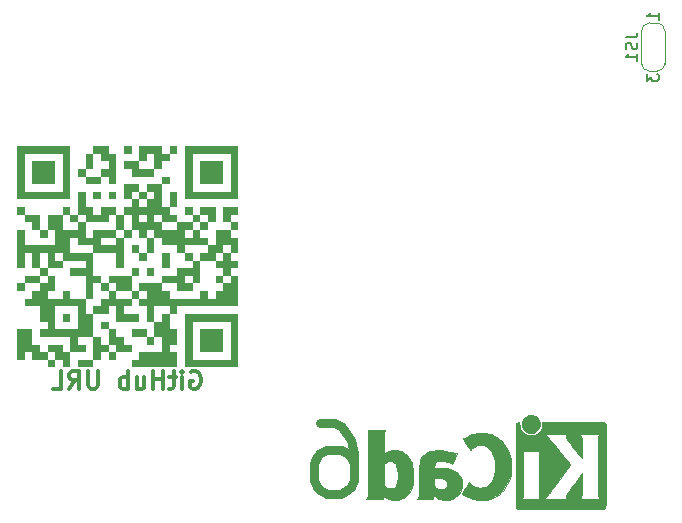
<source format=gbr>
%TF.GenerationSoftware,KiCad,Pcbnew,(6.0.8)*%
%TF.CreationDate,2023-01-02T23:21:26-08:00*%
%TF.ProjectId,picow_ssr_control,7069636f-775f-4737-9372-5f636f6e7472,0.0.8*%
%TF.SameCoordinates,PXfbc520PY6516e80*%
%TF.FileFunction,Legend,Bot*%
%TF.FilePolarity,Positive*%
%FSLAX46Y46*%
G04 Gerber Fmt 4.6, Leading zero omitted, Abs format (unit mm)*
G04 Created by KiCad (PCBNEW (6.0.8)) date 2023-01-02 23:21:26*
%MOMM*%
%LPD*%
G01*
G04 APERTURE LIST*
%ADD10C,0.750000*%
%ADD11C,0.150000*%
%ADD12C,0.300000*%
%ADD13C,0.010000*%
%ADD14C,0.120000*%
G04 APERTURE END LIST*
D10*
X26807142Y13185715D02*
X27950000Y13185715D01*
X28521428Y12900000D01*
X28807142Y12614286D01*
X29378571Y11757143D01*
X29664285Y10614286D01*
X29664285Y8328572D01*
X29378571Y7757143D01*
X29092857Y7471429D01*
X28521428Y7185715D01*
X27378571Y7185715D01*
X26807142Y7471429D01*
X26521428Y7757143D01*
X26235714Y8328572D01*
X26235714Y9757143D01*
X26521428Y10328572D01*
X26807142Y10614286D01*
X27378571Y10900000D01*
X28521428Y10900000D01*
X29092857Y10614286D01*
X29378571Y10328572D01*
X29664285Y9757143D01*
D11*
%TO.C,JS1*%
X52652380Y45809524D02*
X53366666Y45809524D01*
X53509523Y45857143D01*
X53604761Y45952381D01*
X53652380Y46095239D01*
X53652380Y46190477D01*
X53604761Y45380953D02*
X53652380Y45238096D01*
X53652380Y45000000D01*
X53604761Y44904762D01*
X53557142Y44857143D01*
X53461904Y44809524D01*
X53366666Y44809524D01*
X53271428Y44857143D01*
X53223809Y44904762D01*
X53176190Y45000000D01*
X53128571Y45190477D01*
X53080952Y45285715D01*
X53033333Y45333334D01*
X52938095Y45380953D01*
X52842857Y45380953D01*
X52747619Y45333334D01*
X52700000Y45285715D01*
X52652380Y45190477D01*
X52652380Y44952381D01*
X52700000Y44809524D01*
X53652380Y43857143D02*
X53652380Y44428572D01*
X53652380Y44142858D02*
X52652380Y44142858D01*
X52795238Y44238096D01*
X52890476Y44333334D01*
X52938095Y44428572D01*
X54452380Y42733334D02*
X54452380Y42114286D01*
X54833333Y42447620D01*
X54833333Y42304762D01*
X54880952Y42209524D01*
X54928571Y42161905D01*
X55023809Y42114286D01*
X55261904Y42114286D01*
X55357142Y42161905D01*
X55404761Y42209524D01*
X55452380Y42304762D01*
X55452380Y42590477D01*
X55404761Y42685715D01*
X55357142Y42733334D01*
X55452380Y47314286D02*
X55452380Y47885715D01*
X55452380Y47600000D02*
X54452380Y47600000D01*
X54595238Y47695239D01*
X54690476Y47790477D01*
X54738095Y47885715D01*
D12*
%TO.C,QRCode1*%
X15834000Y17512000D02*
X15979142Y17584572D01*
X16196857Y17584572D01*
X16414571Y17512000D01*
X16559714Y17366858D01*
X16632285Y17221715D01*
X16704857Y16931429D01*
X16704857Y16713715D01*
X16632285Y16423429D01*
X16559714Y16278286D01*
X16414571Y16133143D01*
X16196857Y16060572D01*
X16051714Y16060572D01*
X15834000Y16133143D01*
X15761428Y16205715D01*
X15761428Y16713715D01*
X16051714Y16713715D01*
X15108285Y16060572D02*
X15108285Y17076572D01*
X15108285Y17584572D02*
X15180857Y17512000D01*
X15108285Y17439429D01*
X15035714Y17512000D01*
X15108285Y17584572D01*
X15108285Y17439429D01*
X14600285Y17076572D02*
X14019714Y17076572D01*
X14382571Y17584572D02*
X14382571Y16278286D01*
X14310000Y16133143D01*
X14164857Y16060572D01*
X14019714Y16060572D01*
X13511714Y16060572D02*
X13511714Y17584572D01*
X13511714Y16858858D02*
X12640857Y16858858D01*
X12640857Y16060572D02*
X12640857Y17584572D01*
X11262000Y17076572D02*
X11262000Y16060572D01*
X11915142Y17076572D02*
X11915142Y16278286D01*
X11842571Y16133143D01*
X11697428Y16060572D01*
X11479714Y16060572D01*
X11334571Y16133143D01*
X11262000Y16205715D01*
X10536285Y16060572D02*
X10536285Y17584572D01*
X10536285Y17004000D02*
X10391142Y17076572D01*
X10100857Y17076572D01*
X9955714Y17004000D01*
X9883142Y16931429D01*
X9810571Y16786286D01*
X9810571Y16350858D01*
X9883142Y16205715D01*
X9955714Y16133143D01*
X10100857Y16060572D01*
X10391142Y16060572D01*
X10536285Y16133143D01*
X7996285Y17584572D02*
X7996285Y16350858D01*
X7923714Y16205715D01*
X7851142Y16133143D01*
X7706000Y16060572D01*
X7415714Y16060572D01*
X7270571Y16133143D01*
X7198000Y16205715D01*
X7125428Y16350858D01*
X7125428Y17584572D01*
X5528857Y16060572D02*
X6036857Y16786286D01*
X6399714Y16060572D02*
X6399714Y17584572D01*
X5819142Y17584572D01*
X5674000Y17512000D01*
X5601428Y17439429D01*
X5528857Y17294286D01*
X5528857Y17076572D01*
X5601428Y16931429D01*
X5674000Y16858858D01*
X5819142Y16786286D01*
X6399714Y16786286D01*
X4150000Y16060572D02*
X4875714Y16060572D01*
X4875714Y17584572D01*
%TO.C,#LOGO2*%
G36*
X50967560Y6548447D02*
G01*
X50965241Y6427254D01*
X50962425Y6324060D01*
X50959064Y6237365D01*
X50955110Y6165668D01*
X50950517Y6107470D01*
X50945238Y6061270D01*
X50939225Y6025567D01*
X50932430Y5998863D01*
X50924808Y5979655D01*
X50916309Y5966445D01*
X50906889Y5957732D01*
X50896498Y5952015D01*
X50885090Y5947794D01*
X50872618Y5943570D01*
X50859034Y5937841D01*
X50851391Y5934970D01*
X50837371Y5931835D01*
X50816538Y5928963D01*
X50787421Y5926341D01*
X50748544Y5923960D01*
X50698434Y5921806D01*
X50635617Y5919870D01*
X50558620Y5918138D01*
X50465969Y5916600D01*
X50356190Y5915244D01*
X50227810Y5914059D01*
X50079354Y5913032D01*
X49909350Y5912154D01*
X49716323Y5911411D01*
X49498800Y5910793D01*
X49255308Y5910287D01*
X48984371Y5909884D01*
X48684517Y5909570D01*
X48354273Y5909335D01*
X47992164Y5909166D01*
X47596716Y5909053D01*
X47166456Y5908984D01*
X47030108Y5908971D01*
X46609186Y5908962D01*
X46222647Y5909015D01*
X45869034Y5909140D01*
X45546890Y5909348D01*
X45254761Y5909649D01*
X44991188Y5910054D01*
X44754716Y5910574D01*
X44543890Y5911218D01*
X44357251Y5911998D01*
X44193345Y5912924D01*
X44050715Y5914007D01*
X43927905Y5915257D01*
X43823458Y5916685D01*
X43735919Y5918302D01*
X43663830Y5920117D01*
X43605736Y5922142D01*
X43560180Y5924387D01*
X43525707Y5926863D01*
X43500859Y5929580D01*
X43484181Y5932549D01*
X43474217Y5935780D01*
X43471046Y5937218D01*
X43458067Y5941942D01*
X43446165Y5945392D01*
X43435292Y5949070D01*
X43425398Y5954479D01*
X43416437Y5963121D01*
X43408359Y5976498D01*
X43401116Y5996114D01*
X43394661Y6023469D01*
X43388945Y6060067D01*
X43383919Y6107410D01*
X43379536Y6167000D01*
X43375747Y6240341D01*
X43372504Y6328933D01*
X43369759Y6434280D01*
X43367463Y6557883D01*
X43365568Y6701246D01*
X43364946Y6767633D01*
X43843373Y6767633D01*
X43843898Y6761275D01*
X43853521Y6756123D01*
X43875264Y6752050D01*
X43912148Y6748930D01*
X43967193Y6746635D01*
X44043419Y6745041D01*
X44143848Y6744021D01*
X44271501Y6743449D01*
X44429398Y6743198D01*
X44620559Y6743143D01*
X45421314Y6743143D01*
X45353621Y6865607D01*
X45285929Y6988071D01*
X45285929Y10544071D01*
X45353621Y10666535D01*
X45421314Y10789000D01*
X43989993Y10789000D01*
X43984818Y8906678D01*
X43979643Y7024357D01*
X43928903Y6915992D01*
X43902151Y6862281D01*
X43871860Y6808476D01*
X43848984Y6775385D01*
X43848926Y6775321D01*
X43843373Y6767633D01*
X43364946Y6767633D01*
X43364026Y6865871D01*
X43362789Y7053260D01*
X43361808Y7264915D01*
X43361035Y7502339D01*
X43360422Y7767034D01*
X43359921Y8060502D01*
X43359484Y8384247D01*
X43359061Y8739770D01*
X43358605Y9128574D01*
X43358068Y9552160D01*
X43357999Y9603440D01*
X43357400Y10024343D01*
X43356827Y10410638D01*
X43356323Y10763828D01*
X43355930Y11085416D01*
X43355690Y11376906D01*
X43355646Y11639800D01*
X43355840Y11875602D01*
X43356314Y12085814D01*
X43357112Y12271940D01*
X43358274Y12435483D01*
X43359844Y12577945D01*
X43361864Y12700830D01*
X43364377Y12805641D01*
X43367424Y12893881D01*
X43371049Y12967053D01*
X43375293Y13026660D01*
X43380198Y13074205D01*
X43385808Y13111192D01*
X43392165Y13139122D01*
X43399311Y13159500D01*
X43407288Y13173829D01*
X43416139Y13183610D01*
X43425906Y13190349D01*
X43436632Y13195546D01*
X43448358Y13200707D01*
X43461128Y13207333D01*
X43464865Y13209444D01*
X43521405Y13229882D01*
X43583300Y13238283D01*
X43653072Y13238280D01*
X43654234Y13079533D01*
X43654529Y13061265D01*
X43676706Y12875573D01*
X43733188Y12700853D01*
X43823192Y12538957D01*
X43945932Y12391735D01*
X44011798Y12331689D01*
X44158454Y12232162D01*
X44318470Y12162758D01*
X44487185Y12123513D01*
X44659939Y12114463D01*
X44832072Y12135647D01*
X44998922Y12187101D01*
X45136080Y12258571D01*
X45743127Y12258571D01*
X45822957Y12201138D01*
X45890470Y12147159D01*
X45985603Y12059114D01*
X46093507Y11948770D01*
X46210097Y11820330D01*
X46331285Y11678000D01*
X46362494Y11639938D01*
X46415629Y11574657D01*
X46485083Y11489012D01*
X46568556Y11385860D01*
X46663746Y11268061D01*
X46768354Y11138472D01*
X46880077Y10999953D01*
X46996615Y10855361D01*
X47050067Y10789000D01*
X47115667Y10707556D01*
X47234932Y10559397D01*
X47352109Y10413740D01*
X47464896Y10273446D01*
X47570994Y10141373D01*
X47668101Y10020379D01*
X47753916Y9913322D01*
X47826138Y9823062D01*
X47882466Y9752457D01*
X47920599Y9704365D01*
X47938237Y9681645D01*
X47939692Y9673107D01*
X47934850Y9656868D01*
X47922302Y9631321D01*
X47900797Y9594653D01*
X47869080Y9545051D01*
X47825900Y9480705D01*
X47770005Y9399802D01*
X47700141Y9300529D01*
X47615057Y9181074D01*
X47513499Y9039626D01*
X47394216Y8874371D01*
X47255954Y8683499D01*
X47097462Y8465196D01*
X46971177Y8291429D01*
X46817105Y8079593D01*
X46681580Y7893560D01*
X46563024Y7731266D01*
X46459861Y7590646D01*
X46370515Y7469635D01*
X46293411Y7366168D01*
X46226972Y7278182D01*
X46169623Y7203610D01*
X46119786Y7140390D01*
X46075886Y7086455D01*
X46036347Y7039742D01*
X45999593Y6998186D01*
X45964047Y6959721D01*
X45928135Y6922285D01*
X45890278Y6883811D01*
X45750771Y6743143D01*
X47626357Y6743067D01*
X47620464Y6856725D01*
X47620179Y6862436D01*
X47619060Y6907873D01*
X47621181Y6951407D01*
X47627958Y6995424D01*
X47640812Y7042307D01*
X47661160Y7094442D01*
X47690420Y7154214D01*
X47730012Y7224006D01*
X47781353Y7306203D01*
X47845862Y7403191D01*
X47924957Y7517353D01*
X48020057Y7651075D01*
X48132581Y7806740D01*
X48263946Y7986735D01*
X48415572Y8193443D01*
X48950786Y8922089D01*
X48955501Y8077245D01*
X48955919Y7998438D01*
X48956656Y7786168D01*
X48956321Y7605619D01*
X48954519Y7453372D01*
X48950856Y7326012D01*
X48944936Y7220122D01*
X48936367Y7132285D01*
X48924751Y7059084D01*
X48909697Y6997102D01*
X48890807Y6942924D01*
X48867689Y6893131D01*
X48839947Y6844307D01*
X48807187Y6793036D01*
X48774256Y6743143D01*
X50485704Y6743143D01*
X50441496Y6802107D01*
X50434572Y6811435D01*
X50379221Y6896930D01*
X50341064Y6983356D01*
X50316008Y7082387D01*
X50299959Y7205696D01*
X50299518Y7211071D01*
X50297189Y7261933D01*
X50295087Y7346794D01*
X50293219Y7463714D01*
X50291596Y7610754D01*
X50290227Y7785974D01*
X50289120Y7987437D01*
X50288285Y8213202D01*
X50287732Y8461331D01*
X50287468Y8729885D01*
X50287503Y9016923D01*
X50287847Y9320508D01*
X50288508Y9638700D01*
X50289209Y9924119D01*
X50289958Y10234804D01*
X50290696Y10512774D01*
X50291515Y10759978D01*
X50292507Y10978363D01*
X50293766Y11169875D01*
X50295383Y11336463D01*
X50297452Y11480075D01*
X50300065Y11602656D01*
X50303315Y11706156D01*
X50307293Y11792521D01*
X50312094Y11863699D01*
X50317809Y11921637D01*
X50324532Y11968283D01*
X50332354Y12005584D01*
X50341368Y12035488D01*
X50351667Y12059942D01*
X50363344Y12080894D01*
X50376492Y12100291D01*
X50391202Y12120080D01*
X50407567Y12142209D01*
X50423396Y12164385D01*
X50453991Y12208231D01*
X50472317Y12235893D01*
X50472759Y12237051D01*
X50466360Y12242282D01*
X50443779Y12246647D01*
X50402502Y12250212D01*
X50340017Y12253046D01*
X50253812Y12255213D01*
X50141373Y12256783D01*
X50000188Y12257821D01*
X49827745Y12258395D01*
X49621530Y12258571D01*
X48757060Y12258571D01*
X48802621Y12204426D01*
X48829026Y12167237D01*
X48872978Y12079554D01*
X48911495Y11970501D01*
X48940893Y11849532D01*
X48942766Y11838048D01*
X48948341Y11777508D01*
X48952563Y11683944D01*
X48955443Y11556708D01*
X48956992Y11395154D01*
X48957221Y11198632D01*
X48956143Y10966496D01*
X48950786Y10191492D01*
X48397429Y10891258D01*
X48381579Y10911302D01*
X48241253Y11088948D01*
X48121453Y11241086D01*
X48020270Y11370302D01*
X47935800Y11479183D01*
X47866135Y11570315D01*
X47809368Y11646286D01*
X47763594Y11709683D01*
X47726906Y11763092D01*
X47697396Y11809099D01*
X47673159Y11850293D01*
X47652288Y11889259D01*
X47632877Y11928585D01*
X47603015Y11998195D01*
X47583724Y12071628D01*
X47578592Y12150835D01*
X47579108Y12258571D01*
X45743127Y12258571D01*
X45136080Y12258571D01*
X45155830Y12268862D01*
X45298136Y12380968D01*
X45337695Y12420490D01*
X45454620Y12566825D01*
X45537588Y12725633D01*
X45587043Y12897937D01*
X45603429Y13084762D01*
X45603429Y13238285D01*
X48207830Y13238286D01*
X48370540Y13238293D01*
X48720089Y13238340D01*
X49035856Y13238374D01*
X49319588Y13238327D01*
X49573031Y13238128D01*
X49797931Y13237709D01*
X49996034Y13237002D01*
X50169087Y13235935D01*
X50318835Y13234442D01*
X50447025Y13232453D01*
X50555403Y13229898D01*
X50645715Y13226709D01*
X50719707Y13222817D01*
X50779125Y13218152D01*
X50825716Y13212646D01*
X50861226Y13206229D01*
X50887400Y13198833D01*
X50905986Y13190389D01*
X50918728Y13180827D01*
X50927374Y13170078D01*
X50933670Y13158074D01*
X50939360Y13144745D01*
X50946193Y13130022D01*
X50946316Y13129782D01*
X50949633Y13120144D01*
X50952676Y13104007D01*
X50955456Y13079879D01*
X50957985Y13046273D01*
X50960274Y13001699D01*
X50962334Y12944667D01*
X50964179Y12873689D01*
X50965817Y12787275D01*
X50967263Y12683936D01*
X50968526Y12562182D01*
X50969619Y12420525D01*
X50970553Y12257474D01*
X50971340Y12071542D01*
X50971991Y11861238D01*
X50972517Y11625073D01*
X50972931Y11361558D01*
X50973244Y11069203D01*
X50973467Y10746520D01*
X50973612Y10392019D01*
X50973691Y10004211D01*
X50973714Y9581607D01*
X50973715Y9498586D01*
X50973755Y9080386D01*
X50973817Y8696687D01*
X50973854Y8345991D01*
X50973817Y8026796D01*
X50973662Y7737602D01*
X50973339Y7476909D01*
X50972801Y7243216D01*
X50972001Y7035024D01*
X50970892Y6850832D01*
X50969916Y6743143D01*
X50969428Y6689140D01*
X50967560Y6548447D01*
G37*
D13*
X50967560Y6548447D02*
X50965241Y6427254D01*
X50962425Y6324060D01*
X50959064Y6237365D01*
X50955110Y6165668D01*
X50950517Y6107470D01*
X50945238Y6061270D01*
X50939225Y6025567D01*
X50932430Y5998863D01*
X50924808Y5979655D01*
X50916309Y5966445D01*
X50906889Y5957732D01*
X50896498Y5952015D01*
X50885090Y5947794D01*
X50872618Y5943570D01*
X50859034Y5937841D01*
X50851391Y5934970D01*
X50837371Y5931835D01*
X50816538Y5928963D01*
X50787421Y5926341D01*
X50748544Y5923960D01*
X50698434Y5921806D01*
X50635617Y5919870D01*
X50558620Y5918138D01*
X50465969Y5916600D01*
X50356190Y5915244D01*
X50227810Y5914059D01*
X50079354Y5913032D01*
X49909350Y5912154D01*
X49716323Y5911411D01*
X49498800Y5910793D01*
X49255308Y5910287D01*
X48984371Y5909884D01*
X48684517Y5909570D01*
X48354273Y5909335D01*
X47992164Y5909166D01*
X47596716Y5909053D01*
X47166456Y5908984D01*
X47030108Y5908971D01*
X46609186Y5908962D01*
X46222647Y5909015D01*
X45869034Y5909140D01*
X45546890Y5909348D01*
X45254761Y5909649D01*
X44991188Y5910054D01*
X44754716Y5910574D01*
X44543890Y5911218D01*
X44357251Y5911998D01*
X44193345Y5912924D01*
X44050715Y5914007D01*
X43927905Y5915257D01*
X43823458Y5916685D01*
X43735919Y5918302D01*
X43663830Y5920117D01*
X43605736Y5922142D01*
X43560180Y5924387D01*
X43525707Y5926863D01*
X43500859Y5929580D01*
X43484181Y5932549D01*
X43474217Y5935780D01*
X43471046Y5937218D01*
X43458067Y5941942D01*
X43446165Y5945392D01*
X43435292Y5949070D01*
X43425398Y5954479D01*
X43416437Y5963121D01*
X43408359Y5976498D01*
X43401116Y5996114D01*
X43394661Y6023469D01*
X43388945Y6060067D01*
X43383919Y6107410D01*
X43379536Y6167000D01*
X43375747Y6240341D01*
X43372504Y6328933D01*
X43369759Y6434280D01*
X43367463Y6557883D01*
X43365568Y6701246D01*
X43364946Y6767633D01*
X43843373Y6767633D01*
X43843898Y6761275D01*
X43853521Y6756123D01*
X43875264Y6752050D01*
X43912148Y6748930D01*
X43967193Y6746635D01*
X44043419Y6745041D01*
X44143848Y6744021D01*
X44271501Y6743449D01*
X44429398Y6743198D01*
X44620559Y6743143D01*
X45421314Y6743143D01*
X45353621Y6865607D01*
X45285929Y6988071D01*
X45285929Y10544071D01*
X45353621Y10666535D01*
X45421314Y10789000D01*
X43989993Y10789000D01*
X43984818Y8906678D01*
X43979643Y7024357D01*
X43928903Y6915992D01*
X43902151Y6862281D01*
X43871860Y6808476D01*
X43848984Y6775385D01*
X43848926Y6775321D01*
X43843373Y6767633D01*
X43364946Y6767633D01*
X43364026Y6865871D01*
X43362789Y7053260D01*
X43361808Y7264915D01*
X43361035Y7502339D01*
X43360422Y7767034D01*
X43359921Y8060502D01*
X43359484Y8384247D01*
X43359061Y8739770D01*
X43358605Y9128574D01*
X43358068Y9552160D01*
X43357999Y9603440D01*
X43357400Y10024343D01*
X43356827Y10410638D01*
X43356323Y10763828D01*
X43355930Y11085416D01*
X43355690Y11376906D01*
X43355646Y11639800D01*
X43355840Y11875602D01*
X43356314Y12085814D01*
X43357112Y12271940D01*
X43358274Y12435483D01*
X43359844Y12577945D01*
X43361864Y12700830D01*
X43364377Y12805641D01*
X43367424Y12893881D01*
X43371049Y12967053D01*
X43375293Y13026660D01*
X43380198Y13074205D01*
X43385808Y13111192D01*
X43392165Y13139122D01*
X43399311Y13159500D01*
X43407288Y13173829D01*
X43416139Y13183610D01*
X43425906Y13190349D01*
X43436632Y13195546D01*
X43448358Y13200707D01*
X43461128Y13207333D01*
X43464865Y13209444D01*
X43521405Y13229882D01*
X43583300Y13238283D01*
X43653072Y13238280D01*
X43654234Y13079533D01*
X43654529Y13061265D01*
X43676706Y12875573D01*
X43733188Y12700853D01*
X43823192Y12538957D01*
X43945932Y12391735D01*
X44011798Y12331689D01*
X44158454Y12232162D01*
X44318470Y12162758D01*
X44487185Y12123513D01*
X44659939Y12114463D01*
X44832072Y12135647D01*
X44998922Y12187101D01*
X45136080Y12258571D01*
X45743127Y12258571D01*
X45822957Y12201138D01*
X45890470Y12147159D01*
X45985603Y12059114D01*
X46093507Y11948770D01*
X46210097Y11820330D01*
X46331285Y11678000D01*
X46362494Y11639938D01*
X46415629Y11574657D01*
X46485083Y11489012D01*
X46568556Y11385860D01*
X46663746Y11268061D01*
X46768354Y11138472D01*
X46880077Y10999953D01*
X46996615Y10855361D01*
X47050067Y10789000D01*
X47115667Y10707556D01*
X47234932Y10559397D01*
X47352109Y10413740D01*
X47464896Y10273446D01*
X47570994Y10141373D01*
X47668101Y10020379D01*
X47753916Y9913322D01*
X47826138Y9823062D01*
X47882466Y9752457D01*
X47920599Y9704365D01*
X47938237Y9681645D01*
X47939692Y9673107D01*
X47934850Y9656868D01*
X47922302Y9631321D01*
X47900797Y9594653D01*
X47869080Y9545051D01*
X47825900Y9480705D01*
X47770005Y9399802D01*
X47700141Y9300529D01*
X47615057Y9181074D01*
X47513499Y9039626D01*
X47394216Y8874371D01*
X47255954Y8683499D01*
X47097462Y8465196D01*
X46971177Y8291429D01*
X46817105Y8079593D01*
X46681580Y7893560D01*
X46563024Y7731266D01*
X46459861Y7590646D01*
X46370515Y7469635D01*
X46293411Y7366168D01*
X46226972Y7278182D01*
X46169623Y7203610D01*
X46119786Y7140390D01*
X46075886Y7086455D01*
X46036347Y7039742D01*
X45999593Y6998186D01*
X45964047Y6959721D01*
X45928135Y6922285D01*
X45890278Y6883811D01*
X45750771Y6743143D01*
X47626357Y6743067D01*
X47620464Y6856725D01*
X47620179Y6862436D01*
X47619060Y6907873D01*
X47621181Y6951407D01*
X47627958Y6995424D01*
X47640812Y7042307D01*
X47661160Y7094442D01*
X47690420Y7154214D01*
X47730012Y7224006D01*
X47781353Y7306203D01*
X47845862Y7403191D01*
X47924957Y7517353D01*
X48020057Y7651075D01*
X48132581Y7806740D01*
X48263946Y7986735D01*
X48415572Y8193443D01*
X48950786Y8922089D01*
X48955501Y8077245D01*
X48955919Y7998438D01*
X48956656Y7786168D01*
X48956321Y7605619D01*
X48954519Y7453372D01*
X48950856Y7326012D01*
X48944936Y7220122D01*
X48936367Y7132285D01*
X48924751Y7059084D01*
X48909697Y6997102D01*
X48890807Y6942924D01*
X48867689Y6893131D01*
X48839947Y6844307D01*
X48807187Y6793036D01*
X48774256Y6743143D01*
X50485704Y6743143D01*
X50441496Y6802107D01*
X50434572Y6811435D01*
X50379221Y6896930D01*
X50341064Y6983356D01*
X50316008Y7082387D01*
X50299959Y7205696D01*
X50299518Y7211071D01*
X50297189Y7261933D01*
X50295087Y7346794D01*
X50293219Y7463714D01*
X50291596Y7610754D01*
X50290227Y7785974D01*
X50289120Y7987437D01*
X50288285Y8213202D01*
X50287732Y8461331D01*
X50287468Y8729885D01*
X50287503Y9016923D01*
X50287847Y9320508D01*
X50288508Y9638700D01*
X50289209Y9924119D01*
X50289958Y10234804D01*
X50290696Y10512774D01*
X50291515Y10759978D01*
X50292507Y10978363D01*
X50293766Y11169875D01*
X50295383Y11336463D01*
X50297452Y11480075D01*
X50300065Y11602656D01*
X50303315Y11706156D01*
X50307293Y11792521D01*
X50312094Y11863699D01*
X50317809Y11921637D01*
X50324532Y11968283D01*
X50332354Y12005584D01*
X50341368Y12035488D01*
X50351667Y12059942D01*
X50363344Y12080894D01*
X50376492Y12100291D01*
X50391202Y12120080D01*
X50407567Y12142209D01*
X50423396Y12164385D01*
X50453991Y12208231D01*
X50472317Y12235893D01*
X50472759Y12237051D01*
X50466360Y12242282D01*
X50443779Y12246647D01*
X50402502Y12250212D01*
X50340017Y12253046D01*
X50253812Y12255213D01*
X50141373Y12256783D01*
X50000188Y12257821D01*
X49827745Y12258395D01*
X49621530Y12258571D01*
X48757060Y12258571D01*
X48802621Y12204426D01*
X48829026Y12167237D01*
X48872978Y12079554D01*
X48911495Y11970501D01*
X48940893Y11849532D01*
X48942766Y11838048D01*
X48948341Y11777508D01*
X48952563Y11683944D01*
X48955443Y11556708D01*
X48956992Y11395154D01*
X48957221Y11198632D01*
X48956143Y10966496D01*
X48950786Y10191492D01*
X48397429Y10891258D01*
X48381579Y10911302D01*
X48241253Y11088948D01*
X48121453Y11241086D01*
X48020270Y11370302D01*
X47935800Y11479183D01*
X47866135Y11570315D01*
X47809368Y11646286D01*
X47763594Y11709683D01*
X47726906Y11763092D01*
X47697396Y11809099D01*
X47673159Y11850293D01*
X47652288Y11889259D01*
X47632877Y11928585D01*
X47603015Y11998195D01*
X47583724Y12071628D01*
X47578592Y12150835D01*
X47579108Y12258571D01*
X45743127Y12258571D01*
X45136080Y12258571D01*
X45155830Y12268862D01*
X45298136Y12380968D01*
X45337695Y12420490D01*
X45454620Y12566825D01*
X45537588Y12725633D01*
X45587043Y12897937D01*
X45603429Y13084762D01*
X45603429Y13238285D01*
X48207830Y13238286D01*
X48370540Y13238293D01*
X48720089Y13238340D01*
X49035856Y13238374D01*
X49319588Y13238327D01*
X49573031Y13238128D01*
X49797931Y13237709D01*
X49996034Y13237002D01*
X50169087Y13235935D01*
X50318835Y13234442D01*
X50447025Y13232453D01*
X50555403Y13229898D01*
X50645715Y13226709D01*
X50719707Y13222817D01*
X50779125Y13218152D01*
X50825716Y13212646D01*
X50861226Y13206229D01*
X50887400Y13198833D01*
X50905986Y13190389D01*
X50918728Y13180827D01*
X50927374Y13170078D01*
X50933670Y13158074D01*
X50939360Y13144745D01*
X50946193Y13130022D01*
X50946316Y13129782D01*
X50949633Y13120144D01*
X50952676Y13104007D01*
X50955456Y13079879D01*
X50957985Y13046273D01*
X50960274Y13001699D01*
X50962334Y12944667D01*
X50964179Y12873689D01*
X50965817Y12787275D01*
X50967263Y12683936D01*
X50968526Y12562182D01*
X50969619Y12420525D01*
X50970553Y12257474D01*
X50971340Y12071542D01*
X50971991Y11861238D01*
X50972517Y11625073D01*
X50972931Y11361558D01*
X50973244Y11069203D01*
X50973467Y10746520D01*
X50973612Y10392019D01*
X50973691Y10004211D01*
X50973714Y9581607D01*
X50973715Y9498586D01*
X50973755Y9080386D01*
X50973817Y8696687D01*
X50973854Y8345991D01*
X50973817Y8026796D01*
X50973662Y7737602D01*
X50973339Y7476909D01*
X50972801Y7243216D01*
X50972001Y7035024D01*
X50970892Y6850832D01*
X50969916Y6743143D01*
X50969428Y6689140D01*
X50967560Y6548447D01*
G36*
X44736337Y13829161D02*
G01*
X44875779Y13794995D01*
X45007955Y13733675D01*
X45128699Y13645190D01*
X45233846Y13529530D01*
X45319230Y13386687D01*
X45342121Y13336367D01*
X45360666Y13285364D01*
X45371072Y13234376D01*
X45375633Y13171309D01*
X45376643Y13084071D01*
X45376032Y13011461D01*
X45372350Y12944730D01*
X45363322Y12892666D01*
X45346694Y12843314D01*
X45320212Y12784714D01*
X45312552Y12769098D01*
X45222006Y12626107D01*
X45108125Y12508457D01*
X44974141Y12418911D01*
X44823286Y12360228D01*
X44745881Y12343853D01*
X44588849Y12336190D01*
X44436753Y12360984D01*
X44294054Y12415694D01*
X44165212Y12497777D01*
X44054686Y12604691D01*
X43966936Y12733893D01*
X43906423Y12882842D01*
X43884283Y13004735D01*
X43882288Y13139249D01*
X43900295Y13270092D01*
X43937446Y13383428D01*
X43980372Y13464457D01*
X44075933Y13593013D01*
X44189221Y13694473D01*
X44316071Y13768828D01*
X44452318Y13816067D01*
X44593795Y13836182D01*
X44736337Y13829161D01*
G37*
X44736337Y13829161D02*
X44875779Y13794995D01*
X45007955Y13733675D01*
X45128699Y13645190D01*
X45233846Y13529530D01*
X45319230Y13386687D01*
X45342121Y13336367D01*
X45360666Y13285364D01*
X45371072Y13234376D01*
X45375633Y13171309D01*
X45376643Y13084071D01*
X45376032Y13011461D01*
X45372350Y12944730D01*
X45363322Y12892666D01*
X45346694Y12843314D01*
X45320212Y12784714D01*
X45312552Y12769098D01*
X45222006Y12626107D01*
X45108125Y12508457D01*
X44974141Y12418911D01*
X44823286Y12360228D01*
X44745881Y12343853D01*
X44588849Y12336190D01*
X44436753Y12360984D01*
X44294054Y12415694D01*
X44165212Y12497777D01*
X44054686Y12604691D01*
X43966936Y12733893D01*
X43906423Y12882842D01*
X43884283Y13004735D01*
X43882288Y13139249D01*
X43900295Y13270092D01*
X43937446Y13383428D01*
X43980372Y13464457D01*
X44075933Y13593013D01*
X44189221Y13694473D01*
X44316071Y13768828D01*
X44452318Y13816067D01*
X44593795Y13836182D01*
X44736337Y13829161D01*
G36*
X34693255Y8385567D02*
G01*
X34682247Y8237498D01*
X34663229Y8101202D01*
X34635349Y7968625D01*
X34597754Y7831714D01*
X34540743Y7668064D01*
X34436036Y7447143D01*
X34307598Y7249266D01*
X34157393Y7076303D01*
X33987387Y6930124D01*
X33799545Y6812599D01*
X33595832Y6725598D01*
X33378212Y6670991D01*
X33375593Y6670553D01*
X33216553Y6655250D01*
X33041809Y6657293D01*
X32863820Y6675421D01*
X32695046Y6708376D01*
X32547948Y6754899D01*
X32485161Y6783209D01*
X32403387Y6826239D01*
X32319359Y6875454D01*
X32241845Y6925437D01*
X32179612Y6970771D01*
X32141429Y7006040D01*
X32132663Y7015723D01*
X32122214Y7019108D01*
X32115229Y7002304D01*
X32110082Y6959955D01*
X32105143Y6886705D01*
X32096072Y6734071D01*
X30706360Y6724567D01*
X30754439Y6806607D01*
X30757305Y6811457D01*
X30771285Y6834228D01*
X30783969Y6854513D01*
X30795423Y6874075D01*
X30805715Y6894676D01*
X30814915Y6918080D01*
X30823090Y6946047D01*
X30830309Y6980340D01*
X30836640Y7022722D01*
X30842151Y7074954D01*
X30846910Y7138800D01*
X30850985Y7216021D01*
X30854446Y7308380D01*
X30857359Y7417639D01*
X30859794Y7545560D01*
X30861818Y7693906D01*
X30863452Y7859444D01*
X32186786Y7859444D01*
X32277500Y7799943D01*
X32312386Y7778509D01*
X32392265Y7735689D01*
X32468000Y7701590D01*
X32501168Y7690045D01*
X32606705Y7666996D01*
X32740143Y7655227D01*
X32807996Y7652778D01*
X32870980Y7653334D01*
X32917866Y7659625D01*
X32959920Y7673374D01*
X33008409Y7696308D01*
X33101595Y7757741D01*
X33182324Y7844642D01*
X33246945Y7956631D01*
X33296073Y8095461D01*
X33330321Y8262889D01*
X33350306Y8460671D01*
X33356641Y8690560D01*
X33356333Y8742825D01*
X33347225Y8984985D01*
X33325109Y9195698D01*
X33289447Y9377186D01*
X33239701Y9531673D01*
X33175333Y9661381D01*
X33095805Y9768534D01*
X33062812Y9801237D01*
X32960560Y9869368D01*
X32840526Y9910827D01*
X32707910Y9925378D01*
X32567913Y9912786D01*
X32425733Y9872815D01*
X32286572Y9805229D01*
X32186786Y9745416D01*
X32186786Y7859444D01*
X30863452Y7859444D01*
X30863501Y7864438D01*
X30864909Y8058919D01*
X30866112Y8279112D01*
X30867177Y8526779D01*
X30868173Y8803682D01*
X30869168Y9111583D01*
X30870231Y9452244D01*
X30871429Y9827428D01*
X30880500Y12594214D01*
X31601679Y12598958D01*
X31654124Y12599277D01*
X31808429Y12599911D01*
X31949564Y12600039D01*
X32073677Y12599689D01*
X32176915Y12598888D01*
X32255426Y12597660D01*
X32305357Y12596033D01*
X32322857Y12594033D01*
X32320618Y12587695D01*
X32303917Y12557644D01*
X32276255Y12513943D01*
X32273495Y12509765D01*
X32252048Y12476023D01*
X32234065Y12443194D01*
X32219242Y12407895D01*
X32207274Y12366745D01*
X32197856Y12316362D01*
X32190683Y12253366D01*
X32185450Y12174373D01*
X32181852Y12076003D01*
X32179584Y11954874D01*
X32178342Y11807604D01*
X32177821Y11630812D01*
X32177714Y11421116D01*
X32177905Y11257397D01*
X32178487Y11096661D01*
X32179419Y10950917D01*
X32180659Y10823714D01*
X32182164Y10718600D01*
X32183893Y10639125D01*
X32185802Y10588837D01*
X32187850Y10571286D01*
X32194455Y10574010D01*
X32223490Y10593193D01*
X32264957Y10624697D01*
X32325072Y10667064D01*
X32438021Y10729489D01*
X32567116Y10785172D01*
X32700309Y10828475D01*
X32812215Y10850556D01*
X32951587Y10864632D01*
X33102426Y10869508D01*
X33253093Y10865180D01*
X33391946Y10851641D01*
X33507345Y10828885D01*
X33624847Y10790553D01*
X33820869Y10697629D01*
X34002371Y10574092D01*
X34166004Y10422788D01*
X34308419Y10246560D01*
X34426270Y10048254D01*
X34455528Y9987444D01*
X34537518Y9782330D01*
X34601619Y9559715D01*
X34648642Y9315675D01*
X34679395Y9046287D01*
X34694690Y8747626D01*
X34695400Y8690560D01*
X34697105Y8553463D01*
X34693255Y8385567D01*
G37*
X34693255Y8385567D02*
X34682247Y8237498D01*
X34663229Y8101202D01*
X34635349Y7968625D01*
X34597754Y7831714D01*
X34540743Y7668064D01*
X34436036Y7447143D01*
X34307598Y7249266D01*
X34157393Y7076303D01*
X33987387Y6930124D01*
X33799545Y6812599D01*
X33595832Y6725598D01*
X33378212Y6670991D01*
X33375593Y6670553D01*
X33216553Y6655250D01*
X33041809Y6657293D01*
X32863820Y6675421D01*
X32695046Y6708376D01*
X32547948Y6754899D01*
X32485161Y6783209D01*
X32403387Y6826239D01*
X32319359Y6875454D01*
X32241845Y6925437D01*
X32179612Y6970771D01*
X32141429Y7006040D01*
X32132663Y7015723D01*
X32122214Y7019108D01*
X32115229Y7002304D01*
X32110082Y6959955D01*
X32105143Y6886705D01*
X32096072Y6734071D01*
X30706360Y6724567D01*
X30754439Y6806607D01*
X30757305Y6811457D01*
X30771285Y6834228D01*
X30783969Y6854513D01*
X30795423Y6874075D01*
X30805715Y6894676D01*
X30814915Y6918080D01*
X30823090Y6946047D01*
X30830309Y6980340D01*
X30836640Y7022722D01*
X30842151Y7074954D01*
X30846910Y7138800D01*
X30850985Y7216021D01*
X30854446Y7308380D01*
X30857359Y7417639D01*
X30859794Y7545560D01*
X30861818Y7693906D01*
X30863452Y7859444D01*
X32186786Y7859444D01*
X32277500Y7799943D01*
X32312386Y7778509D01*
X32392265Y7735689D01*
X32468000Y7701590D01*
X32501168Y7690045D01*
X32606705Y7666996D01*
X32740143Y7655227D01*
X32807996Y7652778D01*
X32870980Y7653334D01*
X32917866Y7659625D01*
X32959920Y7673374D01*
X33008409Y7696308D01*
X33101595Y7757741D01*
X33182324Y7844642D01*
X33246945Y7956631D01*
X33296073Y8095461D01*
X33330321Y8262889D01*
X33350306Y8460671D01*
X33356641Y8690560D01*
X33356333Y8742825D01*
X33347225Y8984985D01*
X33325109Y9195698D01*
X33289447Y9377186D01*
X33239701Y9531673D01*
X33175333Y9661381D01*
X33095805Y9768534D01*
X33062812Y9801237D01*
X32960560Y9869368D01*
X32840526Y9910827D01*
X32707910Y9925378D01*
X32567913Y9912786D01*
X32425733Y9872815D01*
X32286572Y9805229D01*
X32186786Y9745416D01*
X32186786Y7859444D01*
X30863452Y7859444D01*
X30863501Y7864438D01*
X30864909Y8058919D01*
X30866112Y8279112D01*
X30867177Y8526779D01*
X30868173Y8803682D01*
X30869168Y9111583D01*
X30870231Y9452244D01*
X30871429Y9827428D01*
X30880500Y12594214D01*
X31601679Y12598958D01*
X31654124Y12599277D01*
X31808429Y12599911D01*
X31949564Y12600039D01*
X32073677Y12599689D01*
X32176915Y12598888D01*
X32255426Y12597660D01*
X32305357Y12596033D01*
X32322857Y12594033D01*
X32320618Y12587695D01*
X32303917Y12557644D01*
X32276255Y12513943D01*
X32273495Y12509765D01*
X32252048Y12476023D01*
X32234065Y12443194D01*
X32219242Y12407895D01*
X32207274Y12366745D01*
X32197856Y12316362D01*
X32190683Y12253366D01*
X32185450Y12174373D01*
X32181852Y12076003D01*
X32179584Y11954874D01*
X32178342Y11807604D01*
X32177821Y11630812D01*
X32177714Y11421116D01*
X32177905Y11257397D01*
X32178487Y11096661D01*
X32179419Y10950917D01*
X32180659Y10823714D01*
X32182164Y10718600D01*
X32183893Y10639125D01*
X32185802Y10588837D01*
X32187850Y10571286D01*
X32194455Y10574010D01*
X32223490Y10593193D01*
X32264957Y10624697D01*
X32325072Y10667064D01*
X32438021Y10729489D01*
X32567116Y10785172D01*
X32700309Y10828475D01*
X32812215Y10850556D01*
X32951587Y10864632D01*
X33102426Y10869508D01*
X33253093Y10865180D01*
X33391946Y10851641D01*
X33507345Y10828885D01*
X33624847Y10790553D01*
X33820869Y10697629D01*
X34002371Y10574092D01*
X34166004Y10422788D01*
X34308419Y10246560D01*
X34426270Y10048254D01*
X34455528Y9987444D01*
X34537518Y9782330D01*
X34601619Y9559715D01*
X34648642Y9315675D01*
X34679395Y9046287D01*
X34694690Y8747626D01*
X34695400Y8690560D01*
X34697105Y8553463D01*
X34693255Y8385567D01*
G36*
X40623834Y12333969D02*
G01*
X40867638Y12311587D01*
X41094132Y12266449D01*
X41311742Y12196655D01*
X41528891Y12100304D01*
X41743845Y11977285D01*
X41974534Y11809578D01*
X42188459Y11615677D01*
X42380911Y11400382D01*
X42547180Y11168493D01*
X42682553Y10924810D01*
X42694841Y10898742D01*
X42797750Y10647119D01*
X42875946Y10385655D01*
X42930439Y10109354D01*
X42962241Y9813221D01*
X42972360Y9492261D01*
X42960056Y9160472D01*
X42921001Y8833724D01*
X42854590Y8527851D01*
X42760227Y8240683D01*
X42637320Y7970051D01*
X42485273Y7713786D01*
X42342450Y7518000D01*
X42145243Y7297711D01*
X41930296Y7109026D01*
X41697703Y6952007D01*
X41447558Y6826715D01*
X41179957Y6733214D01*
X40894992Y6671563D01*
X40891740Y6671083D01*
X40836862Y6666268D01*
X40754049Y6662696D01*
X40650958Y6660535D01*
X40535246Y6659950D01*
X40414572Y6661109D01*
X40329997Y6662808D01*
X40204512Y6666742D01*
X40103958Y6672374D01*
X40021083Y6680306D01*
X39948634Y6691137D01*
X39879357Y6705470D01*
X39801416Y6723993D01*
X39720099Y6745086D01*
X39646556Y6767213D01*
X39574112Y6792967D01*
X39496093Y6824940D01*
X39405825Y6865722D01*
X39296631Y6917907D01*
X39161839Y6984085D01*
X38789036Y7168323D01*
X39087628Y7658769D01*
X39126719Y7722959D01*
X39196950Y7838190D01*
X39259811Y7941206D01*
X39313004Y8028252D01*
X39354233Y8095568D01*
X39381200Y8139399D01*
X39391607Y8155985D01*
X39394502Y8155490D01*
X39417820Y8139258D01*
X39458786Y8105571D01*
X39510927Y8059655D01*
X39603787Y7980322D01*
X39769562Y7863010D01*
X39930403Y7781229D01*
X40046631Y7740389D01*
X40243222Y7698652D01*
X40436378Y7691254D01*
X40623299Y7717691D01*
X40801183Y7777460D01*
X40967230Y7870057D01*
X41118637Y7994978D01*
X41202886Y8086986D01*
X41321574Y8257169D01*
X41418964Y8454658D01*
X41495519Y8680464D01*
X41551707Y8935599D01*
X41554256Y8951438D01*
X41566033Y9054097D01*
X41574800Y9181649D01*
X41580486Y9325378D01*
X41583021Y9476569D01*
X41582333Y9626507D01*
X41578352Y9766476D01*
X41571006Y9887759D01*
X41560225Y9981643D01*
X41518900Y10194308D01*
X41449365Y10442730D01*
X41361915Y10660219D01*
X41256665Y10846607D01*
X41133732Y11001727D01*
X40993235Y11125410D01*
X40835288Y11217488D01*
X40660010Y11277791D01*
X40621121Y11285276D01*
X40523666Y11295049D01*
X40409773Y11298239D01*
X40292204Y11295021D01*
X40183717Y11285571D01*
X40097072Y11270064D01*
X39952732Y11220687D01*
X39785228Y11130544D01*
X39636080Y11011916D01*
X39609756Y10986927D01*
X39562057Y10942715D01*
X39528345Y10912958D01*
X39514649Y10903059D01*
X39511277Y10907793D01*
X39490523Y10937687D01*
X39453028Y10991967D01*
X39401270Y11067038D01*
X39337728Y11159306D01*
X39264877Y11265177D01*
X39185197Y11381056D01*
X38859286Y11855183D01*
X38932092Y11876996D01*
X38939690Y11879468D01*
X38989145Y11899102D01*
X39060447Y11930761D01*
X39145228Y11970638D01*
X39235120Y12014924D01*
X39274292Y12034504D01*
X39491804Y12135591D01*
X39692283Y12213762D01*
X39883438Y12271015D01*
X40072981Y12309351D01*
X40268622Y12330769D01*
X40478072Y12337269D01*
X40623834Y12333969D01*
G37*
X40623834Y12333969D02*
X40867638Y12311587D01*
X41094132Y12266449D01*
X41311742Y12196655D01*
X41528891Y12100304D01*
X41743845Y11977285D01*
X41974534Y11809578D01*
X42188459Y11615677D01*
X42380911Y11400382D01*
X42547180Y11168493D01*
X42682553Y10924810D01*
X42694841Y10898742D01*
X42797750Y10647119D01*
X42875946Y10385655D01*
X42930439Y10109354D01*
X42962241Y9813221D01*
X42972360Y9492261D01*
X42960056Y9160472D01*
X42921001Y8833724D01*
X42854590Y8527851D01*
X42760227Y8240683D01*
X42637320Y7970051D01*
X42485273Y7713786D01*
X42342450Y7518000D01*
X42145243Y7297711D01*
X41930296Y7109026D01*
X41697703Y6952007D01*
X41447558Y6826715D01*
X41179957Y6733214D01*
X40894992Y6671563D01*
X40891740Y6671083D01*
X40836862Y6666268D01*
X40754049Y6662696D01*
X40650958Y6660535D01*
X40535246Y6659950D01*
X40414572Y6661109D01*
X40329997Y6662808D01*
X40204512Y6666742D01*
X40103958Y6672374D01*
X40021083Y6680306D01*
X39948634Y6691137D01*
X39879357Y6705470D01*
X39801416Y6723993D01*
X39720099Y6745086D01*
X39646556Y6767213D01*
X39574112Y6792967D01*
X39496093Y6824940D01*
X39405825Y6865722D01*
X39296631Y6917907D01*
X39161839Y6984085D01*
X38789036Y7168323D01*
X39087628Y7658769D01*
X39126719Y7722959D01*
X39196950Y7838190D01*
X39259811Y7941206D01*
X39313004Y8028252D01*
X39354233Y8095568D01*
X39381200Y8139399D01*
X39391607Y8155985D01*
X39394502Y8155490D01*
X39417820Y8139258D01*
X39458786Y8105571D01*
X39510927Y8059655D01*
X39603787Y7980322D01*
X39769562Y7863010D01*
X39930403Y7781229D01*
X40046631Y7740389D01*
X40243222Y7698652D01*
X40436378Y7691254D01*
X40623299Y7717691D01*
X40801183Y7777460D01*
X40967230Y7870057D01*
X41118637Y7994978D01*
X41202886Y8086986D01*
X41321574Y8257169D01*
X41418964Y8454658D01*
X41495519Y8680464D01*
X41551707Y8935599D01*
X41554256Y8951438D01*
X41566033Y9054097D01*
X41574800Y9181649D01*
X41580486Y9325378D01*
X41583021Y9476569D01*
X41582333Y9626507D01*
X41578352Y9766476D01*
X41571006Y9887759D01*
X41560225Y9981643D01*
X41518900Y10194308D01*
X41449365Y10442730D01*
X41361915Y10660219D01*
X41256665Y10846607D01*
X41133732Y11001727D01*
X40993235Y11125410D01*
X40835288Y11217488D01*
X40660010Y11277791D01*
X40621121Y11285276D01*
X40523666Y11295049D01*
X40409773Y11298239D01*
X40292204Y11295021D01*
X40183717Y11285571D01*
X40097072Y11270064D01*
X39952732Y11220687D01*
X39785228Y11130544D01*
X39636080Y11011916D01*
X39609756Y10986927D01*
X39562057Y10942715D01*
X39528345Y10912958D01*
X39514649Y10903059D01*
X39511277Y10907793D01*
X39490523Y10937687D01*
X39453028Y10991967D01*
X39401270Y11067038D01*
X39337728Y11159306D01*
X39264877Y11265177D01*
X39185197Y11381056D01*
X38859286Y11855183D01*
X38932092Y11876996D01*
X38939690Y11879468D01*
X38989145Y11899102D01*
X39060447Y11930761D01*
X39145228Y11970638D01*
X39235120Y12014924D01*
X39274292Y12034504D01*
X39491804Y12135591D01*
X39692283Y12213762D01*
X39883438Y12271015D01*
X40072981Y12309351D01*
X40268622Y12330769D01*
X40478072Y12337269D01*
X40623834Y12333969D01*
G36*
X38789842Y7836278D02*
G01*
X38772232Y7700167D01*
X38745659Y7586786D01*
X38703259Y7470133D01*
X38604976Y7277890D01*
X38479350Y7108753D01*
X38327681Y6963874D01*
X38151271Y6844406D01*
X37951420Y6751501D01*
X37729429Y6686311D01*
X37638907Y6671608D01*
X37509552Y6661389D01*
X37368675Y6659091D01*
X37228050Y6664528D01*
X37099449Y6677515D01*
X36994643Y6697867D01*
X36941979Y6713891D01*
X36822369Y6760781D01*
X36700783Y6820312D01*
X36589765Y6886029D01*
X36501859Y6951476D01*
X36500778Y6952421D01*
X36452607Y6993264D01*
X36415545Y7022347D01*
X36397537Y7033428D01*
X36395568Y7030783D01*
X36391113Y7002206D01*
X36388018Y6948906D01*
X36386857Y6879214D01*
X36386857Y6725000D01*
X35706500Y6725000D01*
X35688389Y6725003D01*
X35536490Y6725269D01*
X35397078Y6725930D01*
X35274118Y6726938D01*
X35171579Y6728242D01*
X35093426Y6729795D01*
X35043625Y6731546D01*
X35026143Y6733447D01*
X35026550Y6735107D01*
X35037988Y6759623D01*
X35061962Y6805683D01*
X35094179Y6864982D01*
X35162215Y6988071D01*
X35172190Y8203311D01*
X36459429Y8203311D01*
X36459935Y8107297D01*
X36462387Y8006413D01*
X36467190Y7933493D01*
X36474695Y7883788D01*
X36485250Y7852551D01*
X36498828Y7830245D01*
X36549962Y7769439D01*
X36618475Y7706137D01*
X36693568Y7649735D01*
X36764440Y7609630D01*
X36803761Y7594915D01*
X36894302Y7575323D01*
X37012555Y7565306D01*
X37137232Y7566823D01*
X37255627Y7587426D01*
X37354449Y7629989D01*
X37439948Y7696429D01*
X37464000Y7721005D01*
X37526622Y7804815D01*
X37560504Y7895150D01*
X37570679Y8003849D01*
X37567922Y8061275D01*
X37540661Y8179493D01*
X37483390Y8280961D01*
X37395068Y8366821D01*
X37274651Y8438216D01*
X37121097Y8496286D01*
X37059193Y8511525D01*
X36984251Y8521959D01*
X36889937Y8527754D01*
X36767857Y8529702D01*
X36748026Y8529701D01*
X36656696Y8528586D01*
X36578244Y8525892D01*
X36520471Y8521971D01*
X36491179Y8517176D01*
X36487808Y8515620D01*
X36476910Y8505846D01*
X36469192Y8486206D01*
X36464119Y8451415D01*
X36461157Y8396191D01*
X36459772Y8315250D01*
X36459429Y8203311D01*
X35172190Y8203311D01*
X35172714Y8267143D01*
X35174275Y8453439D01*
X35176458Y8691035D01*
X35178750Y8897302D01*
X35181335Y9075158D01*
X35184400Y9227519D01*
X35188128Y9357304D01*
X35192705Y9467428D01*
X35198316Y9560810D01*
X35205147Y9640365D01*
X35213383Y9709012D01*
X35223208Y9769667D01*
X35234808Y9825248D01*
X35248368Y9878671D01*
X35264073Y9932854D01*
X35282109Y9990714D01*
X35353161Y10172102D01*
X35450464Y10339742D01*
X35571641Y10483268D01*
X35717803Y10603430D01*
X35890057Y10700980D01*
X36089515Y10776669D01*
X36317285Y10831247D01*
X36574477Y10865465D01*
X36664368Y10872270D01*
X36815760Y10877245D01*
X36965814Y10872765D01*
X37121554Y10858073D01*
X37290005Y10832416D01*
X37478193Y10795038D01*
X37693143Y10745182D01*
X37742828Y10733119D01*
X37867601Y10703435D01*
X37985861Y10676102D01*
X38090436Y10652737D01*
X38174154Y10634953D01*
X38229845Y10624364D01*
X38358333Y10603260D01*
X38177695Y10165451D01*
X38132512Y10056141D01*
X38088061Y9949031D01*
X38049923Y9857582D01*
X38019969Y9786267D01*
X38000071Y9739563D01*
X37992103Y9721942D01*
X37990850Y9721690D01*
X37967758Y9729557D01*
X37922353Y9749717D01*
X37862824Y9778583D01*
X37739096Y9834797D01*
X37568837Y9896260D01*
X37394578Y9943330D01*
X37223133Y9974823D01*
X37061317Y9989557D01*
X36915944Y9986350D01*
X36793829Y9964021D01*
X36708601Y9928591D01*
X36611809Y9855983D01*
X36537297Y9757482D01*
X36487199Y9636117D01*
X36463649Y9494920D01*
X36455355Y9364785D01*
X36888285Y9363600D01*
X37034285Y9362376D01*
X37195771Y9358028D01*
X37333725Y9349822D01*
X37455281Y9336961D01*
X37567577Y9318646D01*
X37677747Y9294081D01*
X37792929Y9262467D01*
X37965268Y9202291D01*
X38167975Y9103194D01*
X38345876Y8981810D01*
X38497217Y8839845D01*
X38620243Y8679007D01*
X38713199Y8501003D01*
X38774330Y8307540D01*
X38783904Y8255435D01*
X38796177Y8126467D01*
X38797722Y8003849D01*
X38797990Y7982563D01*
X38789842Y7836278D01*
G37*
X38789842Y7836278D02*
X38772232Y7700167D01*
X38745659Y7586786D01*
X38703259Y7470133D01*
X38604976Y7277890D01*
X38479350Y7108753D01*
X38327681Y6963874D01*
X38151271Y6844406D01*
X37951420Y6751501D01*
X37729429Y6686311D01*
X37638907Y6671608D01*
X37509552Y6661389D01*
X37368675Y6659091D01*
X37228050Y6664528D01*
X37099449Y6677515D01*
X36994643Y6697867D01*
X36941979Y6713891D01*
X36822369Y6760781D01*
X36700783Y6820312D01*
X36589765Y6886029D01*
X36501859Y6951476D01*
X36500778Y6952421D01*
X36452607Y6993264D01*
X36415545Y7022347D01*
X36397537Y7033428D01*
X36395568Y7030783D01*
X36391113Y7002206D01*
X36388018Y6948906D01*
X36386857Y6879214D01*
X36386857Y6725000D01*
X35706500Y6725000D01*
X35688389Y6725003D01*
X35536490Y6725269D01*
X35397078Y6725930D01*
X35274118Y6726938D01*
X35171579Y6728242D01*
X35093426Y6729795D01*
X35043625Y6731546D01*
X35026143Y6733447D01*
X35026550Y6735107D01*
X35037988Y6759623D01*
X35061962Y6805683D01*
X35094179Y6864982D01*
X35162215Y6988071D01*
X35172190Y8203311D01*
X36459429Y8203311D01*
X36459935Y8107297D01*
X36462387Y8006413D01*
X36467190Y7933493D01*
X36474695Y7883788D01*
X36485250Y7852551D01*
X36498828Y7830245D01*
X36549962Y7769439D01*
X36618475Y7706137D01*
X36693568Y7649735D01*
X36764440Y7609630D01*
X36803761Y7594915D01*
X36894302Y7575323D01*
X37012555Y7565306D01*
X37137232Y7566823D01*
X37255627Y7587426D01*
X37354449Y7629989D01*
X37439948Y7696429D01*
X37464000Y7721005D01*
X37526622Y7804815D01*
X37560504Y7895150D01*
X37570679Y8003849D01*
X37567922Y8061275D01*
X37540661Y8179493D01*
X37483390Y8280961D01*
X37395068Y8366821D01*
X37274651Y8438216D01*
X37121097Y8496286D01*
X37059193Y8511525D01*
X36984251Y8521959D01*
X36889937Y8527754D01*
X36767857Y8529702D01*
X36748026Y8529701D01*
X36656696Y8528586D01*
X36578244Y8525892D01*
X36520471Y8521971D01*
X36491179Y8517176D01*
X36487808Y8515620D01*
X36476910Y8505846D01*
X36469192Y8486206D01*
X36464119Y8451415D01*
X36461157Y8396191D01*
X36459772Y8315250D01*
X36459429Y8203311D01*
X35172190Y8203311D01*
X35172714Y8267143D01*
X35174275Y8453439D01*
X35176458Y8691035D01*
X35178750Y8897302D01*
X35181335Y9075158D01*
X35184400Y9227519D01*
X35188128Y9357304D01*
X35192705Y9467428D01*
X35198316Y9560810D01*
X35205147Y9640365D01*
X35213383Y9709012D01*
X35223208Y9769667D01*
X35234808Y9825248D01*
X35248368Y9878671D01*
X35264073Y9932854D01*
X35282109Y9990714D01*
X35353161Y10172102D01*
X35450464Y10339742D01*
X35571641Y10483268D01*
X35717803Y10603430D01*
X35890057Y10700980D01*
X36089515Y10776669D01*
X36317285Y10831247D01*
X36574477Y10865465D01*
X36664368Y10872270D01*
X36815760Y10877245D01*
X36965814Y10872765D01*
X37121554Y10858073D01*
X37290005Y10832416D01*
X37478193Y10795038D01*
X37693143Y10745182D01*
X37742828Y10733119D01*
X37867601Y10703435D01*
X37985861Y10676102D01*
X38090436Y10652737D01*
X38174154Y10634953D01*
X38229845Y10624364D01*
X38358333Y10603260D01*
X38177695Y10165451D01*
X38132512Y10056141D01*
X38088061Y9949031D01*
X38049923Y9857582D01*
X38019969Y9786267D01*
X38000071Y9739563D01*
X37992103Y9721942D01*
X37990850Y9721690D01*
X37967758Y9729557D01*
X37922353Y9749717D01*
X37862824Y9778583D01*
X37739096Y9834797D01*
X37568837Y9896260D01*
X37394578Y9943330D01*
X37223133Y9974823D01*
X37061317Y9989557D01*
X36915944Y9986350D01*
X36793829Y9964021D01*
X36708601Y9928591D01*
X36611809Y9855983D01*
X36537297Y9757482D01*
X36487199Y9636117D01*
X36463649Y9494920D01*
X36455355Y9364785D01*
X36888285Y9363600D01*
X37034285Y9362376D01*
X37195771Y9358028D01*
X37333725Y9349822D01*
X37455281Y9336961D01*
X37567577Y9318646D01*
X37677747Y9294081D01*
X37792929Y9262467D01*
X37965268Y9202291D01*
X38167975Y9103194D01*
X38345876Y8981810D01*
X38497217Y8839845D01*
X38620243Y8679007D01*
X38713199Y8501003D01*
X38774330Y8307540D01*
X38783904Y8255435D01*
X38796177Y8126467D01*
X38797722Y8003849D01*
X38797990Y7982563D01*
X38789842Y7836278D01*
D14*
%TO.C,JS1*%
X56000000Y43600000D02*
X56000000Y46400000D01*
X55300000Y47050000D02*
X54700000Y47050000D01*
X54700000Y42950000D02*
X55300000Y42950000D01*
X54000000Y46400000D02*
X54000000Y43600000D01*
X55300000Y42950000D02*
G75*
G03*
X56000000Y43650000I0J700000D01*
G01*
X54700000Y47050000D02*
G75*
G03*
X54000000Y46350000I-1J-699999D01*
G01*
X56000000Y46350000D02*
G75*
G03*
X55300000Y47050000I-699999J1D01*
G01*
X54000000Y43650000D02*
G75*
G03*
X54700000Y42950000I700000J0D01*
G01*
%TO.C,QRCode1*%
G36*
X19874909Y29512909D02*
G01*
X19228363Y29512909D01*
X19228363Y30159454D01*
X19874909Y30159454D01*
X19874909Y29512909D01*
G37*
G36*
X10823272Y28866363D02*
G01*
X10176727Y28866363D01*
X10176727Y29512909D01*
X10823272Y29512909D01*
X10823272Y28866363D01*
G37*
G36*
X15995636Y26926727D02*
G01*
X15349091Y26926727D01*
X15349091Y27573272D01*
X15995636Y27573272D01*
X15995636Y26926727D01*
G37*
G36*
X15349091Y32099091D02*
G01*
X15349091Y32745636D01*
X15995636Y32745636D01*
X19228363Y32745636D01*
X19228363Y35978363D01*
X15995636Y35978363D01*
X15995636Y32745636D01*
X15349091Y32745636D01*
X15349091Y36624909D01*
X19874909Y36624909D01*
X19874909Y32099091D01*
X15349091Y32099091D01*
G37*
G36*
X9530182Y19168182D02*
G01*
X9530182Y18521636D01*
X8883636Y18521636D01*
X8883636Y19168182D01*
X9530182Y19168182D01*
G37*
G36*
X9530182Y20461272D02*
G01*
X10176727Y20461272D01*
X10176727Y19814727D01*
X10823272Y19814727D01*
X10823272Y19168182D01*
X9530182Y19168182D01*
X9530182Y19814727D01*
X8883636Y19814727D01*
X8883636Y19168182D01*
X8237091Y19168182D01*
X8237091Y18521636D01*
X7590545Y18521636D01*
X7590545Y20461272D01*
X8237091Y20461272D01*
X8237091Y19814727D01*
X8883636Y19814727D01*
X8883636Y21107818D01*
X9530182Y21107818D01*
X9530182Y20461272D01*
G37*
G36*
X19874909Y30806000D02*
G01*
X19228363Y30806000D01*
X19228363Y30159454D01*
X18581818Y30159454D01*
X18581818Y31452545D01*
X19874909Y31452545D01*
X19874909Y30806000D01*
G37*
G36*
X15995636Y30806000D02*
G01*
X15349091Y30806000D01*
X15349091Y31452545D01*
X15995636Y31452545D01*
X15995636Y30806000D01*
G37*
G36*
X14702545Y31452545D02*
G01*
X14056000Y31452545D01*
X14056000Y32745636D01*
X14702545Y32745636D01*
X14702545Y31452545D01*
G37*
G36*
X1125091Y32099091D02*
G01*
X1125091Y32745636D01*
X1771636Y32745636D01*
X5004363Y32745636D01*
X5004363Y35978363D01*
X1771636Y35978363D01*
X1771636Y32745636D01*
X1125091Y32745636D01*
X1125091Y36624909D01*
X5650909Y36624909D01*
X5650909Y32099091D01*
X1125091Y32099091D01*
G37*
G36*
X14056000Y26280182D02*
G01*
X13409454Y26280182D01*
X13409454Y27573272D01*
X14056000Y27573272D01*
X14056000Y26280182D01*
G37*
G36*
X14702545Y35978363D02*
G01*
X14056000Y35978363D01*
X14056000Y36624909D01*
X14702545Y36624909D01*
X14702545Y35978363D01*
G37*
G36*
X11469818Y27573272D02*
G01*
X10823272Y27573272D01*
X10823272Y28219818D01*
X11469818Y28219818D01*
X11469818Y27573272D01*
G37*
G36*
X12762909Y27573272D02*
G01*
X12116363Y27573272D01*
X12116363Y28866363D01*
X12762909Y28866363D01*
X12762909Y27573272D01*
G37*
G36*
X8237091Y32099091D02*
G01*
X7590545Y32099091D01*
X7590545Y32745636D01*
X8237091Y32745636D01*
X8237091Y32099091D01*
G37*
G36*
X10823272Y35978363D02*
G01*
X10176727Y35978363D01*
X10176727Y36624909D01*
X10823272Y36624909D01*
X10823272Y35978363D01*
G37*
G36*
X18581818Y33392182D02*
G01*
X16642182Y33392182D01*
X16642182Y35331818D01*
X18581818Y35331818D01*
X18581818Y33392182D01*
G37*
G36*
X18581818Y24987091D02*
G01*
X17935272Y24987091D01*
X17935272Y25633636D01*
X18581818Y25633636D01*
X18581818Y24987091D01*
G37*
G36*
X13409454Y35978363D02*
G01*
X14056000Y35978363D01*
X14056000Y35331818D01*
X13409454Y35331818D01*
X13409454Y34685272D01*
X12762909Y34685272D01*
X12762909Y35978363D01*
X12116363Y35978363D01*
X12116363Y35331818D01*
X11469818Y35331818D01*
X11469818Y34685272D01*
X12762909Y34685272D01*
X12762909Y34038727D01*
X10823272Y34038727D01*
X10823272Y34685272D01*
X10176727Y34685272D01*
X10176727Y35331818D01*
X11469818Y35331818D01*
X11469818Y36624909D01*
X13409454Y36624909D01*
X13409454Y35978363D01*
G37*
G36*
X3064727Y24987091D02*
G01*
X1771636Y24987091D01*
X1771636Y25633636D01*
X3064727Y25633636D01*
X3064727Y24987091D01*
G37*
G36*
X7590545Y17875091D02*
G01*
X6297454Y17875091D01*
X6297454Y18521636D01*
X7590545Y18521636D01*
X7590545Y17875091D01*
G37*
G36*
X9530182Y32099091D02*
G01*
X8883636Y32099091D01*
X8883636Y32745636D01*
X9530182Y32745636D01*
X9530182Y32099091D01*
G37*
G36*
X4357818Y33392182D02*
G01*
X2418182Y33392182D01*
X2418182Y35331818D01*
X4357818Y35331818D01*
X4357818Y33392182D01*
G37*
G36*
X8883636Y33392182D02*
G01*
X8883636Y34038727D01*
X8237091Y34038727D01*
X8237091Y33392182D01*
X6944000Y33392182D01*
X6944000Y34038727D01*
X8237091Y34038727D01*
X8237091Y34685272D01*
X8883636Y34685272D01*
X8883636Y35331818D01*
X8237091Y35331818D01*
X8237091Y35978363D01*
X7590545Y35978363D01*
X7590545Y34685272D01*
X6944000Y34685272D01*
X6944000Y34038727D01*
X6297454Y34038727D01*
X6297454Y34685272D01*
X6944000Y34685272D01*
X6944000Y35978363D01*
X7590545Y35978363D01*
X7590545Y36624909D01*
X8883636Y36624909D01*
X8883636Y35978363D01*
X9530182Y35978363D01*
X9530182Y33392182D01*
X8883636Y33392182D01*
G37*
G36*
X15349091Y17875091D02*
G01*
X15349091Y18521636D01*
X15995636Y18521636D01*
X19228363Y18521636D01*
X19228363Y21754363D01*
X15995636Y21754363D01*
X15995636Y18521636D01*
X15349091Y18521636D01*
X15349091Y22400909D01*
X19874909Y22400909D01*
X19874909Y17875091D01*
X15349091Y17875091D01*
G37*
G36*
X16642182Y24987091D02*
G01*
X15995636Y24987091D01*
X15995636Y25633636D01*
X15349091Y25633636D01*
X15349091Y24987091D01*
X15995636Y24987091D01*
X15995636Y24340545D01*
X14702545Y24340545D01*
X14702545Y24987091D01*
X13409454Y24987091D01*
X13409454Y25633636D01*
X14702545Y25633636D01*
X14702545Y26280182D01*
X15995636Y26280182D01*
X15995636Y26926727D01*
X16642182Y26926727D01*
X16642182Y24987091D01*
G37*
G36*
X14056000Y33392182D02*
G01*
X13409454Y33392182D01*
X13409454Y34038727D01*
X14056000Y34038727D01*
X14056000Y33392182D01*
G37*
G36*
X12116363Y26926727D02*
G01*
X11469818Y26926727D01*
X11469818Y27573272D01*
X12116363Y27573272D01*
X12116363Y26926727D01*
G37*
G36*
X3711272Y28866363D02*
G01*
X3064727Y28866363D01*
X3064727Y29512909D01*
X3711272Y29512909D01*
X3711272Y28866363D01*
G37*
G36*
X8883636Y24340545D02*
G01*
X8237091Y24340545D01*
X8237091Y24987091D01*
X8883636Y24987091D01*
X8883636Y24340545D01*
G37*
G36*
X1771636Y30806000D02*
G01*
X1125091Y30806000D01*
X1125091Y31452545D01*
X1771636Y31452545D01*
X1771636Y30806000D01*
G37*
G36*
X18581818Y19168182D02*
G01*
X16642182Y19168182D01*
X16642182Y21107818D01*
X18581818Y21107818D01*
X18581818Y19168182D01*
G37*
G36*
X2418182Y19814727D02*
G01*
X3064727Y19814727D01*
X3064727Y19168182D01*
X3711272Y19168182D01*
X3711272Y19814727D01*
X5004363Y19814727D01*
X5004363Y19168182D01*
X5650909Y19168182D01*
X5650909Y17875091D01*
X5004363Y17875091D01*
X5004363Y18521636D01*
X4357818Y18521636D01*
X4357818Y19168182D01*
X3711272Y19168182D01*
X3711272Y18521636D01*
X4357818Y18521636D01*
X4357818Y17875091D01*
X3711272Y17875091D01*
X3711272Y18521636D01*
X2418182Y18521636D01*
X2418182Y19168182D01*
X1771636Y19168182D01*
X1771636Y18521636D01*
X1125091Y18521636D01*
X1125091Y21107818D01*
X2418182Y21107818D01*
X2418182Y19814727D01*
G37*
G36*
X10823272Y24340545D02*
G01*
X9530182Y24340545D01*
X9530182Y24987091D01*
X8883636Y24987091D01*
X8883636Y25633636D01*
X10823272Y25633636D01*
X10823272Y24340545D01*
G37*
G36*
X12762909Y25633636D02*
G01*
X12116363Y25633636D01*
X12116363Y26280182D01*
X12762909Y26280182D01*
X12762909Y25633636D01*
G37*
G36*
X8883636Y21107818D02*
G01*
X8237091Y21107818D01*
X8237091Y21754363D01*
X8883636Y21754363D01*
X8883636Y21107818D01*
G37*
G36*
X12116363Y20461272D02*
G01*
X10823272Y20461272D01*
X10823272Y21107818D01*
X12116363Y21107818D01*
X12116363Y20461272D01*
G37*
G36*
X1771636Y24340545D02*
G01*
X1125091Y24340545D01*
X1125091Y24987091D01*
X1771636Y24987091D01*
X1771636Y24340545D01*
G37*
G36*
X14056000Y30806000D02*
G01*
X14702545Y30806000D01*
X14702545Y30159454D01*
X15995636Y30159454D01*
X15995636Y30806000D01*
X16642182Y30806000D01*
X16642182Y31452545D01*
X17935272Y31452545D01*
X17935272Y30159454D01*
X17288727Y30159454D01*
X17288727Y30806000D01*
X16642182Y30806000D01*
X16642182Y30159454D01*
X15995636Y30159454D01*
X15995636Y29512909D01*
X16642182Y29512909D01*
X16642182Y28866363D01*
X17288727Y28866363D01*
X17288727Y28219818D01*
X17935272Y28219818D01*
X17935272Y29512909D01*
X19228363Y29512909D01*
X19228363Y28866363D01*
X19874909Y28866363D01*
X19874909Y27573272D01*
X19228363Y27573272D01*
X19228363Y28219818D01*
X18581818Y28219818D01*
X18581818Y27573272D01*
X17935272Y27573272D01*
X17935272Y26926727D01*
X18581818Y26926727D01*
X18581818Y27573272D01*
X19228363Y27573272D01*
X19228363Y26926727D01*
X19874909Y26926727D01*
X19874909Y26280182D01*
X19228363Y26280182D01*
X19228363Y25633636D01*
X19874909Y25633636D01*
X19874909Y23047454D01*
X14702545Y23047454D01*
X14702545Y22400909D01*
X14056000Y22400909D01*
X14056000Y23047454D01*
X12762909Y23047454D01*
X12762909Y21754363D01*
X13409454Y21754363D01*
X13409454Y22400909D01*
X14056000Y22400909D01*
X14056000Y21107818D01*
X14702545Y21107818D01*
X14702545Y19814727D01*
X14056000Y19814727D01*
X14056000Y19168182D01*
X14702545Y19168182D01*
X14702545Y17875091D01*
X10823272Y17875091D01*
X10823272Y18521636D01*
X11469818Y18521636D01*
X11469818Y19168182D01*
X13409454Y19168182D01*
X13409454Y20461272D01*
X12762909Y20461272D01*
X12762909Y21754363D01*
X12116363Y21754363D01*
X12116363Y23047454D01*
X11469818Y23047454D01*
X11469818Y23694000D01*
X12116363Y23694000D01*
X12116363Y24340545D01*
X11469818Y24340545D01*
X11469818Y23694000D01*
X10823272Y23694000D01*
X10823272Y23047454D01*
X10176727Y23047454D01*
X10176727Y22400909D01*
X11469818Y22400909D01*
X11469818Y21754363D01*
X9530182Y21754363D01*
X9530182Y23047454D01*
X8883636Y23047454D01*
X8883636Y22400909D01*
X7590545Y22400909D01*
X7590545Y20461272D01*
X6297454Y20461272D01*
X6297454Y19814727D01*
X6944000Y19814727D01*
X6944000Y19168182D01*
X5650909Y19168182D01*
X5650909Y20461272D01*
X3064727Y20461272D01*
X3064727Y21107818D01*
X3711272Y21107818D01*
X4357818Y21107818D01*
X6297454Y21107818D01*
X6297454Y23047454D01*
X4357818Y23047454D01*
X4357818Y21107818D01*
X3711272Y21107818D01*
X3711272Y21754363D01*
X3064727Y21754363D01*
X3064727Y23047454D01*
X1771636Y23047454D01*
X1771636Y23694000D01*
X2418182Y23694000D01*
X2418182Y24340545D01*
X3064727Y24340545D01*
X3064727Y24987091D01*
X3711272Y24987091D01*
X3711272Y25633636D01*
X3064727Y25633636D01*
X3064727Y26280182D01*
X3711272Y26280182D01*
X3711272Y25633636D01*
X4357818Y25633636D01*
X4357818Y24340545D01*
X3711272Y24340545D01*
X3711272Y23694000D01*
X5004363Y23694000D01*
X5004363Y24340545D01*
X5650909Y24340545D01*
X5650909Y23694000D01*
X6944000Y23694000D01*
X6944000Y22400909D01*
X7590545Y22400909D01*
X7590545Y23047454D01*
X8237091Y23047454D01*
X8237091Y23694000D01*
X8883636Y23694000D01*
X8883636Y24340545D01*
X9530182Y24340545D01*
X9530182Y23694000D01*
X10823272Y23694000D01*
X10823272Y24340545D01*
X11469818Y24340545D01*
X11469818Y24987091D01*
X13409454Y24987091D01*
X13409454Y24340545D01*
X14056000Y24340545D01*
X14056000Y23694000D01*
X16642182Y23694000D01*
X16642182Y24340545D01*
X17288727Y24340545D01*
X17288727Y23694000D01*
X17935272Y23694000D01*
X17935272Y24340545D01*
X18581818Y24340545D01*
X18581818Y24987091D01*
X19228363Y24987091D01*
X19228363Y25633636D01*
X18581818Y25633636D01*
X18581818Y26280182D01*
X17935272Y26280182D01*
X17935272Y26926727D01*
X16642182Y26926727D01*
X16642182Y27573272D01*
X17288727Y27573272D01*
X17288727Y28219818D01*
X15349091Y28219818D01*
X15349091Y27573272D01*
X14702545Y27573272D01*
X14702545Y28219818D01*
X13409454Y28219818D01*
X13409454Y28866363D01*
X15349091Y28866363D01*
X15995636Y28866363D01*
X15995636Y29512909D01*
X15349091Y29512909D01*
X15349091Y28866363D01*
X13409454Y28866363D01*
X12762909Y28866363D01*
X12762909Y29512909D01*
X12116363Y29512909D01*
X12116363Y28866363D01*
X11469818Y28866363D01*
X11469818Y29512909D01*
X10823272Y29512909D01*
X10823272Y30159454D01*
X11469818Y30159454D01*
X12116363Y30159454D01*
X12762909Y30159454D01*
X13409454Y30159454D01*
X13409454Y29512909D01*
X14702545Y29512909D01*
X14702545Y30159454D01*
X13409454Y30159454D01*
X13409454Y30806000D01*
X12762909Y30806000D01*
X12762909Y30159454D01*
X12116363Y30159454D01*
X12116363Y30806000D01*
X11469818Y30806000D01*
X11469818Y30159454D01*
X10823272Y30159454D01*
X10823272Y30806000D01*
X10176727Y30806000D01*
X10176727Y29512909D01*
X9530182Y29512909D01*
X9530182Y30806000D01*
X8883636Y30806000D01*
X8883636Y30159454D01*
X6944000Y30159454D01*
X6944000Y30806000D01*
X6297454Y30806000D01*
X6297454Y30159454D01*
X6944000Y30159454D01*
X6944000Y28866363D01*
X7590545Y28866363D01*
X7590545Y29512909D01*
X9530182Y29512909D01*
X9530182Y28866363D01*
X8237091Y28866363D01*
X8237091Y28219818D01*
X9530182Y28219818D01*
X9530182Y28866363D01*
X10176727Y28866363D01*
X10176727Y26280182D01*
X9530182Y26280182D01*
X9530182Y27573272D01*
X7590545Y27573272D01*
X7590545Y28219818D01*
X6297454Y28219818D01*
X6297454Y28866363D01*
X5650909Y28866363D01*
X5650909Y27573272D01*
X7590545Y27573272D01*
X7590545Y25633636D01*
X8237091Y25633636D01*
X8237091Y24987091D01*
X7590545Y24987091D01*
X7590545Y23694000D01*
X6944000Y23694000D01*
X6944000Y25633636D01*
X5650909Y25633636D01*
X5650909Y26280182D01*
X6944000Y26280182D01*
X6944000Y26926727D01*
X5004363Y26926727D01*
X5004363Y27573272D01*
X4357818Y27573272D01*
X4357818Y26926727D01*
X5004363Y26926727D01*
X5004363Y26280182D01*
X3711272Y26280182D01*
X3711272Y27573272D01*
X3064727Y27573272D01*
X3064727Y26280182D01*
X2418182Y26280182D01*
X2418182Y27573272D01*
X1771636Y27573272D01*
X1771636Y26280182D01*
X1125091Y26280182D01*
X1125091Y29512909D01*
X1771636Y29512909D01*
X1771636Y28219818D01*
X4357818Y28219818D01*
X4357818Y29512909D01*
X5004363Y29512909D01*
X6297454Y29512909D01*
X6297454Y30159454D01*
X5650909Y30159454D01*
X5650909Y30806000D01*
X5004363Y30806000D01*
X5004363Y29512909D01*
X4357818Y29512909D01*
X3711272Y29512909D01*
X3711272Y30806000D01*
X5004363Y30806000D01*
X5004363Y31452545D01*
X5650909Y31452545D01*
X5650909Y30806000D01*
X6297454Y30806000D01*
X6297454Y32745636D01*
X6944000Y32745636D01*
X6944000Y31452545D01*
X7590545Y31452545D01*
X7590545Y30806000D01*
X8237091Y30806000D01*
X8237091Y31452545D01*
X9530182Y31452545D01*
X9530182Y30806000D01*
X10176727Y30806000D01*
X10176727Y31452545D01*
X10823272Y31452545D01*
X10823272Y32099091D01*
X11469818Y32099091D01*
X11469818Y31452545D01*
X12116363Y31452545D01*
X12116363Y32099091D01*
X12762909Y32099091D01*
X12762909Y32745636D01*
X12116363Y32745636D01*
X12116363Y32099091D01*
X11469818Y32099091D01*
X11469818Y32745636D01*
X10823272Y32745636D01*
X10823272Y32099091D01*
X10176727Y32099091D01*
X10176727Y33392182D01*
X11469818Y33392182D01*
X11469818Y32745636D01*
X12116363Y32745636D01*
X12116363Y33392182D01*
X13409454Y33392182D01*
X13409454Y31452545D01*
X14056000Y31452545D01*
X14056000Y30806000D01*
G37*
G36*
X17288727Y30159454D02*
G01*
X17288727Y29512909D01*
X16642182Y29512909D01*
X16642182Y30159454D01*
X17288727Y30159454D01*
G37*
G36*
X5650909Y21754363D02*
G01*
X5004363Y21754363D01*
X5004363Y22400909D01*
X5650909Y22400909D01*
X5650909Y21754363D01*
G37*
G36*
X12762909Y19814727D02*
G01*
X12116363Y19814727D01*
X12116363Y20461272D01*
X12762909Y20461272D01*
X12762909Y19814727D01*
G37*
G36*
X11469818Y25633636D02*
G01*
X10823272Y25633636D01*
X10823272Y26280182D01*
X11469818Y26280182D01*
X11469818Y25633636D01*
G37*
G36*
X3064727Y29512909D02*
G01*
X2418182Y29512909D01*
X2418182Y30159454D01*
X1771636Y30159454D01*
X1771636Y30806000D01*
X3064727Y30806000D01*
X3064727Y29512909D01*
G37*
%TD*%
M02*

</source>
